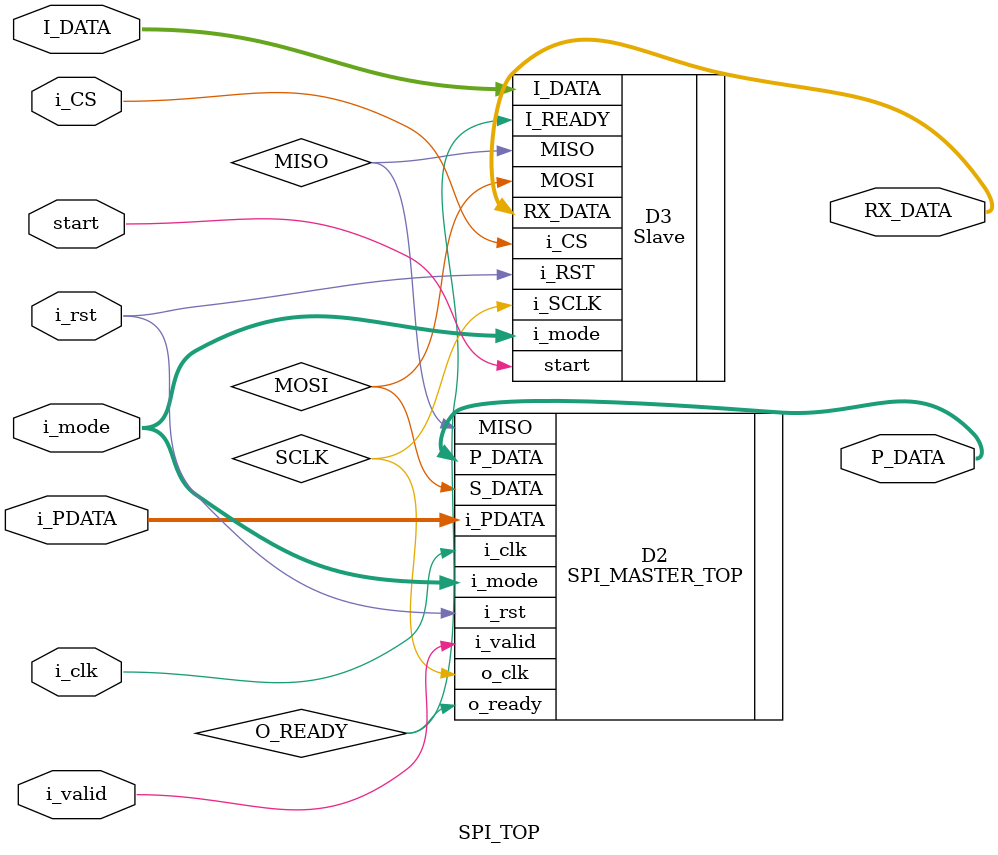
<source format=v>
module SPI_TOP #(parameter WIDTH=8) (

input wire 				  		i_clk      ,
input wire 				  		i_rst      ,  
input wire [WIDTH-1 : 0]  		i_PDATA    ,  
input wire [1:0]				i_mode     ,  
input wire                      i_valid    ,
input wire [WIDTH-1 : 0]  		I_DATA     ,  
input wire  			  		i_CS       ,  
input wire  			  		start      ,  
										
output wire [WIDTH-1 : 0] 		RX_DATA    ,  
output wire [WIDTH-1 : 0] 		P_DATA       

);

wire MISO , MOSI;
wire SCLK     ;
wire O_READY  ;


SPI_MASTER_TOP D2 (

.i_clk        (i_clk  )  ,
.i_rst        (i_rst  )  ,
.MISO         (MISO   )  ,
.i_PDATA      (i_PDATA)  ,
.i_mode       (i_mode )  ,
.i_valid      (i_valid)  ,

.o_clk        (SCLK   )  ,
.o_ready      (O_READY)  ,
.S_DATA       (MOSI   )  ,
.P_DATA       (P_DATA )  

);

Slave D3(

.i_SCLK    (SCLK   )  ,
.i_RST     (i_rst  )  ,
.MOSI      (MOSI   )  ,
.I_DATA    (I_DATA )  ,
.I_READY   (O_READY)  ,
.i_CS      (i_CS   )  ,
.i_mode    (i_mode )  ,
.start     (start  )  ,


.MISO      (MISO   )  ,
.RX_DATA   (RX_DATA)

);

endmodule
</source>
